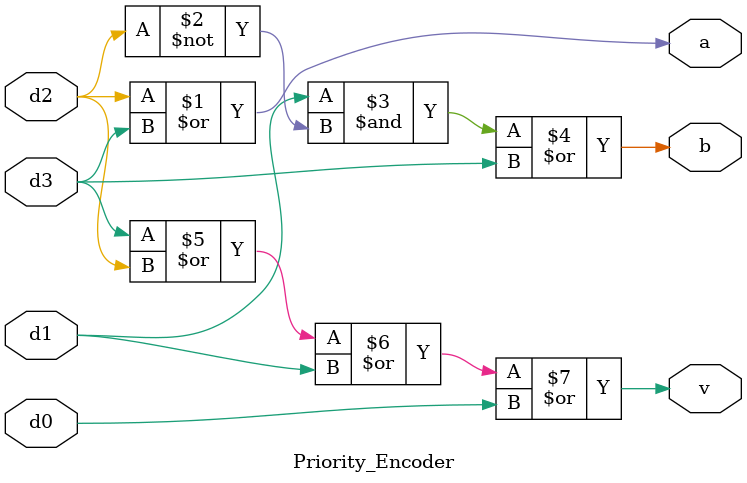
<source format=v>
`timescale 1ns / 1ps
module Priority_Encoder(
input d0,d1,d2,d3,
output a,b,v
    );
    assign a = d2|d3;
    assign b=( d1 &(~d2))|d3;
    assign v = d3|d2|d1|d0;
endmodule

</source>
